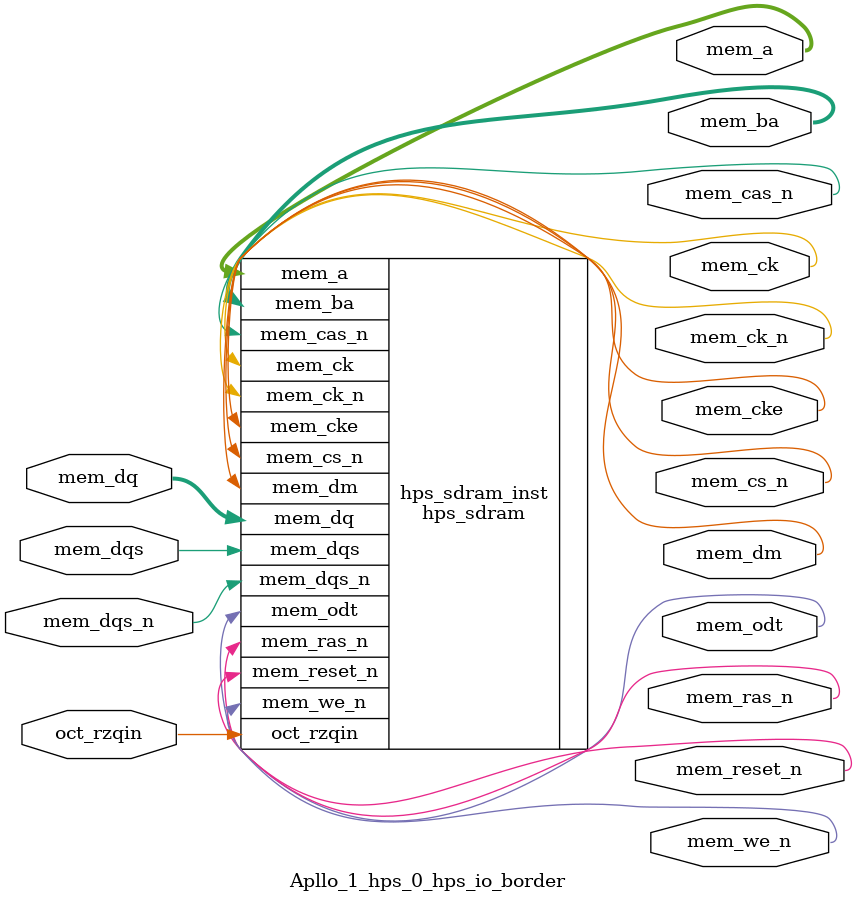
<source format=sv>


module Apllo_1_hps_0_hps_io_border(
// memory
  output wire [13 - 1 : 0 ] mem_a
 ,output wire [3 - 1 : 0 ] mem_ba
 ,output wire [1 - 1 : 0 ] mem_ck
 ,output wire [1 - 1 : 0 ] mem_ck_n
 ,output wire [1 - 1 : 0 ] mem_cke
 ,output wire [1 - 1 : 0 ] mem_cs_n
 ,output wire [1 - 1 : 0 ] mem_ras_n
 ,output wire [1 - 1 : 0 ] mem_cas_n
 ,output wire [1 - 1 : 0 ] mem_we_n
 ,output wire [1 - 1 : 0 ] mem_reset_n
 ,inout wire [8 - 1 : 0 ] mem_dq
 ,inout wire [1 - 1 : 0 ] mem_dqs
 ,inout wire [1 - 1 : 0 ] mem_dqs_n
 ,output wire [1 - 1 : 0 ] mem_odt
 ,output wire [1 - 1 : 0 ] mem_dm
 ,input wire [1 - 1 : 0 ] oct_rzqin
);


hps_sdram hps_sdram_inst(
 .mem_dq({
    mem_dq[7:0] // 7:0
  })
,.mem_odt({
    mem_odt[0:0] // 0:0
  })
,.mem_ras_n({
    mem_ras_n[0:0] // 0:0
  })
,.mem_dqs_n({
    mem_dqs_n[0:0] // 0:0
  })
,.mem_dqs({
    mem_dqs[0:0] // 0:0
  })
,.mem_dm({
    mem_dm[0:0] // 0:0
  })
,.mem_we_n({
    mem_we_n[0:0] // 0:0
  })
,.mem_cas_n({
    mem_cas_n[0:0] // 0:0
  })
,.mem_ba({
    mem_ba[2:0] // 2:0
  })
,.mem_a({
    mem_a[12:0] // 12:0
  })
,.mem_cs_n({
    mem_cs_n[0:0] // 0:0
  })
,.mem_ck({
    mem_ck[0:0] // 0:0
  })
,.mem_cke({
    mem_cke[0:0] // 0:0
  })
,.oct_rzqin({
    oct_rzqin[0:0] // 0:0
  })
,.mem_reset_n({
    mem_reset_n[0:0] // 0:0
  })
,.mem_ck_n({
    mem_ck_n[0:0] // 0:0
  })
);

endmodule


</source>
